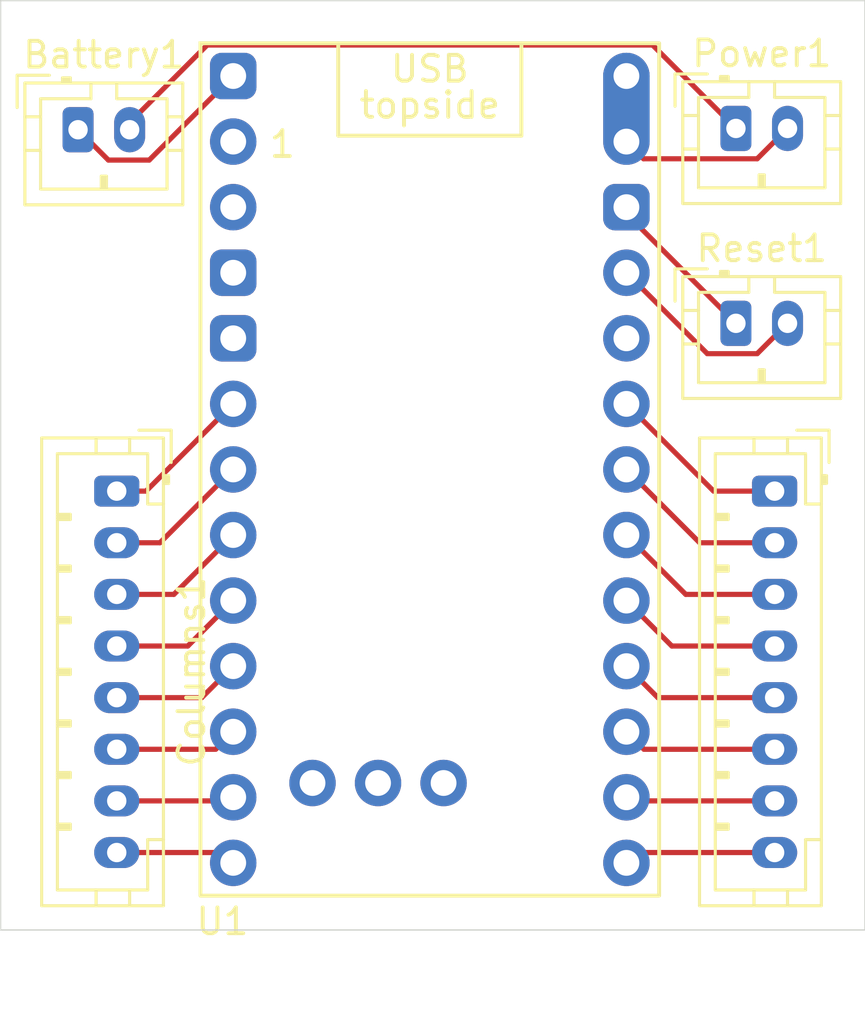
<source format=kicad_pcb>
(kicad_pcb (version 20241229) (generator "pcbnew") (generator_version "9.0")
  (layers (0 "F.Cu" signal) (2 "B.Cu" signal) (13 "F.Paste" user) (15 "B.Paste" user) (5 "F.SilkS" user "F.Silkscreen") (7 "B.SilkS" user "B.Silkscreen") (1 "F.Mask" user) (3 "B.Mask" user) (25 "Edge.Cuts" user))
  (net 0 "")
  (net 1 "Net-(Battery1-Pin_1)")
  (net 2 "Net-(Battery1-Pin_2)")
  (net 3 "Net-(Columns1-Pin_5)")
  (net 4 "Net-(Columns1-Pin_6)")
  (net 5 "Net-(Columns1-Pin_3)")
  (net 6 "Net-(Columns1-Pin_2)")
  (net 7 "Net-(Columns1-Pin_4)")
  (net 8 "Net-(Columns1-Pin_7)")
  (net 9 "Net-(Columns1-Pin_8)")
  (net 10 "Net-(Columns1-Pin_1)")
  (net 11 "Net-(Power1-Pin_2)")
  (net 12 "Net-(Reset1-Pin_2)")
  (net 13 "Net-(Rows1-Pin_1)")
  (net 14 "Net-(Rows1-Pin_4)")
  (net 15 "Net-(Rows1-Pin_2)")
  (net 16 "Net-(Rows1-Pin_7)")
  (net 17 "Net-(Rows1-Pin_3)")
  (net 18 "Net-(Rows1-Pin_6)")
  (net 19 "Net-(Rows1-Pin_8)")
  (net 20 "Net-(Rows1-Pin_5)")
  (net 27 "Net-(Reset1-Pin_1)")
  (footprint "Connector_JST:JST_PH_B2B-PH-K_1x02_P2.00mm_Vertical" (layer "F.Cu") (at 97 51)
    (property "Reference" "Battery1" (at 1 -2.9 0) (layer "F.SilkS"))
    (property "Value" "Conn_01x02" (hide yes))
    (fp_line (start -2.36 -2.11) (end -2.36 -0.86) (stroke (width 0.12)) (layer "F.SilkS"))
    (fp_line (start -2.06 -1.81) (end -2.06 2.91) (stroke (width 0.12)) (layer "F.SilkS"))
    (fp_line (start -2.06 -0.5) (end -1.45 -0.5) (stroke (width 0.12)) (layer "F.SilkS"))
    (fp_line (start -2.06 0.8) (end -1.45 0.8) (stroke (width 0.12)) (layer "F.SilkS"))
    (fp_line (start -2.06 2.91) (end 4.06 2.91) (stroke (width 0.12)) (layer "F.SilkS"))
    (fp_line (start -1.45 -1.2) (end -1.45 2.3) (stroke (width 0.12)) (layer "F.SilkS"))
    (fp_line (start -1.45 2.3) (end 3.45 2.3) (stroke (width 0.12)) (layer "F.SilkS"))
    (fp_line (start -1.11 -2.11) (end -2.36 -2.11) (stroke (width 0.12)) (layer "F.SilkS"))
    (fp_line (start -0.6 -2.01) (end -0.6 -1.81) (stroke (width 0.12)) (layer "F.SilkS"))
    (fp_line (start -0.3 -2.01) (end -0.6 -2.01) (stroke (width 0.12)) (layer "F.SilkS"))
    (fp_line (start -0.3 -1.91) (end -0.6 -1.91) (stroke (width 0.12)) (layer "F.SilkS"))
    (fp_line (start -0.3 -1.81) (end -0.3 -2.01) (stroke (width 0.12)) (layer "F.SilkS"))
    (fp_line (start 0.5 -1.81) (end 0.5 -1.2) (stroke (width 0.12)) (layer "F.SilkS"))
    (fp_line (start 0.5 -1.2) (end -1.45 -1.2) (stroke (width 0.12)) (layer "F.SilkS"))
    (fp_line (start 0.9 1.8) (end 1.1 1.8) (stroke (width 0.12)) (layer "F.SilkS"))
    (fp_line (start 0.9 2.3) (end 0.9 1.8) (stroke (width 0.12)) (layer "F.SilkS"))
    (fp_line (start 1 2.3) (end 1 1.8) (stroke (width 0.12)) (layer "F.SilkS"))
    (fp_line (start 1.1 1.8) (end 1.1 2.3) (stroke (width 0.12)) (layer "F.SilkS"))
    (fp_line (start 1.5 -1.2) (end 1.5 -1.81) (stroke (width 0.12)) (layer "F.SilkS"))
    (fp_line (start 3.45 -1.2) (end 1.5 -1.2) (stroke (width 0.12)) (layer "F.SilkS"))
    (fp_line (start 3.45 2.3) (end 3.45 -1.2) (stroke (width 0.12)) (layer "F.SilkS"))
    (fp_line (start 4.06 -1.81) (end -2.06 -1.81) (stroke (width 0.12)) (layer "F.SilkS"))
    (fp_line (start 4.06 -0.5) (end 3.45 -0.5) (stroke (width 0.12)) (layer "F.SilkS"))
    (fp_line (start 4.06 0.8) (end 3.45 0.8) (stroke (width 0.12)) (layer "F.SilkS"))
    (fp_line (start 4.06 2.91) (end 4.06 -1.81) (stroke (width 0.12)) (layer "F.SilkS"))
    (pad "1" thru_hole roundrect (at 0 0) (size 1.2 1.75) (drill 0.75) (layers "*.Cu" "*.Mask") (roundrect_rratio 0.208333) (net 1 "Net-(Battery1-Pin_1)"))
    (pad "2" thru_hole oval (at 2 0) (size 1.2 1.75) (drill 0.75) (layers "*.Cu" "*.Mask") (net 2 "Net-(Battery1-Pin_2)"))
  )
  (footprint "Connector_JST:JST_PH_B8B-PH-K_1x08_P2.00mm_Vertical" (layer "F.Cu") (at 98.5 65 -90)
    (property "Reference" "Columns1" (at 7 -2.9 90) (layer "F.SilkS"))
    (property "Value" "Conn_01x08" (hide yes))
    (fp_line (start -2.06 2.91) (end 16.06 2.91) (stroke (width 0.12)) (layer "F.SilkS"))
    (fp_line (start 16.06 2.91) (end 16.06 -1.81) (stroke (width 0.12)) (layer "F.SilkS"))
    (fp_line (start -1.45 2.3) (end 15.45 2.3) (stroke (width 0.12)) (layer "F.SilkS"))
    (fp_line (start 0.9 2.3) (end 0.9 1.8) (stroke (width 0.12)) (layer "F.SilkS"))
    (fp_line (start 1 2.3) (end 1 1.8) (stroke (width 0.12)) (layer "F.SilkS"))
    (fp_line (start 2.9 2.3) (end 2.9 1.8) (stroke (width 0.12)) (layer "F.SilkS"))
    (fp_line (start 3 2.3) (end 3 1.8) (stroke (width 0.12)) (layer "F.SilkS"))
    (fp_line (start 4.9 2.3) (end 4.9 1.8) (stroke (width 0.12)) (layer "F.SilkS"))
    (fp_line (start 5 2.3) (end 5 1.8) (stroke (width 0.12)) (layer "F.SilkS"))
    (fp_line (start 6.9 2.3) (end 6.9 1.8) (stroke (width 0.12)) (layer "F.SilkS"))
    (fp_line (start 7 2.3) (end 7 1.8) (stroke (width 0.12)) (layer "F.SilkS"))
    (fp_line (start 8.9 2.3) (end 8.9 1.8) (stroke (width 0.12)) (layer "F.SilkS"))
    (fp_line (start 9 2.3) (end 9 1.8) (stroke (width 0.12)) (layer "F.SilkS"))
    (fp_line (start 10.9 2.3) (end 10.9 1.8) (stroke (width 0.12)) (layer "F.SilkS"))
    (fp_line (start 11 2.3) (end 11 1.8) (stroke (width 0.12)) (layer "F.SilkS"))
    (fp_line (start 12.9 2.3) (end 12.9 1.8) (stroke (width 0.12)) (layer "F.SilkS"))
    (fp_line (start 13 2.3) (end 13 1.8) (stroke (width 0.12)) (layer "F.SilkS"))
    (fp_line (start 15.45 2.3) (end 15.45 -1.2) (stroke (width 0.12)) (layer "F.SilkS"))
    (fp_line (start 0.9 1.8) (end 1.1 1.8) (stroke (width 0.12)) (layer "F.SilkS"))
    (fp_line (start 1.1 1.8) (end 1.1 2.3) (stroke (width 0.12)) (layer "F.SilkS"))
    (fp_line (start 2.9 1.8) (end 3.1 1.8) (stroke (width 0.12)) (layer "F.SilkS"))
    (fp_line (start 3.1 1.8) (end 3.1 2.3) (stroke (width 0.12)) (layer "F.SilkS"))
    (fp_line (start 4.9 1.8) (end 5.1 1.8) (stroke (width 0.12)) (layer "F.SilkS"))
    (fp_line (start 5.1 1.8) (end 5.1 2.3) (stroke (width 0.12)) (layer "F.SilkS"))
    (fp_line (start 6.9 1.8) (end 7.1 1.8) (stroke (width 0.12)) (layer "F.SilkS"))
    (fp_line (start 7.1 1.8) (end 7.1 2.3) (stroke (width 0.12)) (layer "F.SilkS"))
    (fp_line (start 8.9 1.8) (end 9.1 1.8) (stroke (width 0.12)) (layer "F.SilkS"))
    (fp_line (start 9.1 1.8) (end 9.1 2.3) (stroke (width 0.12)) (layer "F.SilkS"))
    (fp_line (start 10.9 1.8) (end 11.1 1.8) (stroke (width 0.12)) (layer "F.SilkS"))
    (fp_line (start 11.1 1.8) (end 11.1 2.3) (stroke (width 0.12)) (layer "F.SilkS"))
    (fp_line (start 12.9 1.8) (end 13.1 1.8) (stroke (width 0.12)) (layer "F.SilkS"))
    (fp_line (start 13.1 1.8) (end 13.1 2.3) (stroke (width 0.12)) (layer "F.SilkS"))
    (fp_line (start -2.06 0.8) (end -1.45 0.8) (stroke (width 0.12)) (layer "F.SilkS"))
    (fp_line (start 16.06 0.8) (end 15.45 0.8) (stroke (width 0.12)) (layer "F.SilkS"))
    (fp_line (start -2.06 -0.5) (end -1.45 -0.5) (stroke (width 0.12)) (layer "F.SilkS"))
    (fp_line (start 16.06 -0.5) (end 15.45 -0.5) (stroke (width 0.12)) (layer "F.SilkS"))
    (fp_line (start -1.45 -1.2) (end -1.45 2.3) (stroke (width 0.12)) (layer "F.SilkS"))
    (fp_line (start 0.5 -1.2) (end -1.45 -1.2) (stroke (width 0.12)) (layer "F.SilkS"))
    (fp_line (start 13.5 -1.2) (end 13.5 -1.81) (stroke (width 0.12)) (layer "F.SilkS"))
    (fp_line (start 15.45 -1.2) (end 13.5 -1.2) (stroke (width 0.12)) (layer "F.SilkS"))
    (fp_line (start -2.06 -1.81) (end -2.06 2.91) (stroke (width 0.12)) (layer "F.SilkS"))
    (fp_line (start -0.3 -1.81) (end -0.3 -2.01) (stroke (width 0.12)) (layer "F.SilkS"))
    (fp_line (start 0.5 -1.81) (end 0.5 -1.2) (stroke (width 0.12)) (layer "F.SilkS"))
    (fp_line (start 16.06 -1.81) (end -2.06 -1.81) (stroke (width 0.12)) (layer "F.SilkS"))
    (fp_line (start -0.3 -1.91) (end -0.6 -1.91) (stroke (width 0.12)) (layer "F.SilkS"))
    (fp_line (start -0.6 -2.01) (end -0.6 -1.81) (stroke (width 0.12)) (layer "F.SilkS"))
    (fp_line (start -0.3 -2.01) (end -0.6 -2.01) (stroke (width 0.12)) (layer "F.SilkS"))
    (fp_line (start -2.36 -2.11) (end -2.36 -0.86) (stroke (width 0.12)) (layer "F.SilkS"))
    (fp_line (start -1.11 -2.11) (end -2.36 -2.11) (stroke (width 0.12)) (layer "F.SilkS"))
    (pad "1" thru_hole roundrect (at 0 0 270) (size 1.2 1.75) (drill 0.75) (layers "*.Cu" "*.Mask") (roundrect_rratio 0.208333) (net 10 "Net-(Columns1-Pin_1)"))
    (pad "2" thru_hole oval (at 2 0 270) (size 1.2 1.75) (drill 0.75) (layers "*.Cu" "*.Mask") (net 6 "Net-(Columns1-Pin_2)"))
    (pad "3" thru_hole oval (at 4 0 270) (size 1.2 1.75) (drill 0.75) (layers "*.Cu" "*.Mask") (net 5 "Net-(Columns1-Pin_3)"))
    (pad "4" thru_hole oval (at 6 0 270) (size 1.2 1.75) (drill 0.75) (layers "*.Cu" "*.Mask") (net 7 "Net-(Columns1-Pin_4)"))
    (pad "5" thru_hole oval (at 8 0 270) (size 1.2 1.75) (drill 0.75) (layers "*.Cu" "*.Mask") (net 3 "Net-(Columns1-Pin_5)"))
    (pad "6" thru_hole oval (at 10 0 270) (size 1.2 1.75) (drill 0.75) (layers "*.Cu" "*.Mask") (net 4 "Net-(Columns1-Pin_6)"))
    (pad "7" thru_hole oval (at 12 0 270) (size 1.2 1.75) (drill 0.75) (layers "*.Cu" "*.Mask") (net 8 "Net-(Columns1-Pin_7)"))
    (pad "8" thru_hole oval (at 14 0 270) (size 1.2 1.75) (drill 0.75) (layers "*.Cu" "*.Mask") (net 9 "Net-(Columns1-Pin_8)"))
  )
  (footprint "Connector_JST:JST_PH_B2B-PH-K_1x02_P2.00mm_Vertical" (layer "F.Cu") (at 122.5 50.95)
    (property "Reference" "Power1" (at 1 -2.9 0) (layer "F.SilkS"))
    (property "Value" "Conn_01x02" (hide yes))
    (fp_line (start -2.36 -2.11) (end -2.36 -0.86) (stroke (width 0.12)) (layer "F.SilkS"))
    (fp_line (start -2.06 -1.81) (end -2.06 2.91) (stroke (width 0.12)) (layer "F.SilkS"))
    (fp_line (start -2.06 -0.5) (end -1.45 -0.5) (stroke (width 0.12)) (layer "F.SilkS"))
    (fp_line (start -2.06 0.8) (end -1.45 0.8) (stroke (width 0.12)) (layer "F.SilkS"))
    (fp_line (start -2.06 2.91) (end 4.06 2.91) (stroke (width 0.12)) (layer "F.SilkS"))
    (fp_line (start -1.45 -1.2) (end -1.45 2.3) (stroke (width 0.12)) (layer "F.SilkS"))
    (fp_line (start -1.45 2.3) (end 3.45 2.3) (stroke (width 0.12)) (layer "F.SilkS"))
    (fp_line (start -1.11 -2.11) (end -2.36 -2.11) (stroke (width 0.12)) (layer "F.SilkS"))
    (fp_line (start -0.6 -2.01) (end -0.6 -1.81) (stroke (width 0.12)) (layer "F.SilkS"))
    (fp_line (start -0.3 -2.01) (end -0.6 -2.01) (stroke (width 0.12)) (layer "F.SilkS"))
    (fp_line (start -0.3 -1.91) (end -0.6 -1.91) (stroke (width 0.12)) (layer "F.SilkS"))
    (fp_line (start -0.3 -1.81) (end -0.3 -2.01) (stroke (width 0.12)) (layer "F.SilkS"))
    (fp_line (start 0.5 -1.81) (end 0.5 -1.2) (stroke (width 0.12)) (layer "F.SilkS"))
    (fp_line (start 0.5 -1.2) (end -1.45 -1.2) (stroke (width 0.12)) (layer "F.SilkS"))
    (fp_line (start 0.9 1.8) (end 1.1 1.8) (stroke (width 0.12)) (layer "F.SilkS"))
    (fp_line (start 0.9 2.3) (end 0.9 1.8) (stroke (width 0.12)) (layer "F.SilkS"))
    (fp_line (start 1 2.3) (end 1 1.8) (stroke (width 0.12)) (layer "F.SilkS"))
    (fp_line (start 1.1 1.8) (end 1.1 2.3) (stroke (width 0.12)) (layer "F.SilkS"))
    (fp_line (start 1.5 -1.2) (end 1.5 -1.81) (stroke (width 0.12)) (layer "F.SilkS"))
    (fp_line (start 3.45 -1.2) (end 1.5 -1.2) (stroke (width 0.12)) (layer "F.SilkS"))
    (fp_line (start 3.45 2.3) (end 3.45 -1.2) (stroke (width 0.12)) (layer "F.SilkS"))
    (fp_line (start 4.06 -1.81) (end -2.06 -1.81) (stroke (width 0.12)) (layer "F.SilkS"))
    (fp_line (start 4.06 -0.5) (end 3.45 -0.5) (stroke (width 0.12)) (layer "F.SilkS"))
    (fp_line (start 4.06 0.8) (end 3.45 0.8) (stroke (width 0.12)) (layer "F.SilkS"))
    (fp_line (start 4.06 2.91) (end 4.06 -1.81) (stroke (width 0.12)) (layer "F.SilkS"))
    (pad "1" thru_hole roundrect (at 0 0) (size 1.2 1.75) (drill 0.75) (layers "*.Cu" "*.Mask") (roundrect_rratio 0.208333) (net 2 "Net-(Battery1-Pin_2)"))
    (pad "2" thru_hole oval (at 2 0) (size 1.2 1.75) (drill 0.75) (layers "*.Cu" "*.Mask") (net 11 "Net-(Power1-Pin_2)"))
  )
  (footprint "Connector_JST:JST_PH_B8B-PH-K_1x08_P2.00mm_Vertical" (layer "F.Cu") (at 124 65 -90)
    (property "Reference" "Rows1" (hide yes))
    (property "Value" "Conn_01x08" (hide yes))
    (fp_line (start -2.06 2.91) (end 16.06 2.91) (stroke (width 0.12)) (layer "F.SilkS"))
    (fp_line (start 16.06 2.91) (end 16.06 -1.81) (stroke (width 0.12)) (layer "F.SilkS"))
    (fp_line (start -1.45 2.3) (end 15.45 2.3) (stroke (width 0.12)) (layer "F.SilkS"))
    (fp_line (start 0.9 2.3) (end 0.9 1.8) (stroke (width 0.12)) (layer "F.SilkS"))
    (fp_line (start 1 2.3) (end 1 1.8) (stroke (width 0.12)) (layer "F.SilkS"))
    (fp_line (start 2.9 2.3) (end 2.9 1.8) (stroke (width 0.12)) (layer "F.SilkS"))
    (fp_line (start 3 2.3) (end 3 1.8) (stroke (width 0.12)) (layer "F.SilkS"))
    (fp_line (start 4.9 2.3) (end 4.9 1.8) (stroke (width 0.12)) (layer "F.SilkS"))
    (fp_line (start 5 2.3) (end 5 1.8) (stroke (width 0.12)) (layer "F.SilkS"))
    (fp_line (start 6.9 2.3) (end 6.9 1.8) (stroke (width 0.12)) (layer "F.SilkS"))
    (fp_line (start 7 2.3) (end 7 1.8) (stroke (width 0.12)) (layer "F.SilkS"))
    (fp_line (start 8.9 2.3) (end 8.9 1.8) (stroke (width 0.12)) (layer "F.SilkS"))
    (fp_line (start 9 2.3) (end 9 1.8) (stroke (width 0.12)) (layer "F.SilkS"))
    (fp_line (start 10.9 2.3) (end 10.9 1.8) (stroke (width 0.12)) (layer "F.SilkS"))
    (fp_line (start 11 2.3) (end 11 1.8) (stroke (width 0.12)) (layer "F.SilkS"))
    (fp_line (start 12.9 2.3) (end 12.9 1.8) (stroke (width 0.12)) (layer "F.SilkS"))
    (fp_line (start 13 2.3) (end 13 1.8) (stroke (width 0.12)) (layer "F.SilkS"))
    (fp_line (start 15.45 2.3) (end 15.45 -1.2) (stroke (width 0.12)) (layer "F.SilkS"))
    (fp_line (start 0.9 1.8) (end 1.1 1.8) (stroke (width 0.12)) (layer "F.SilkS"))
    (fp_line (start 1.1 1.8) (end 1.1 2.3) (stroke (width 0.12)) (layer "F.SilkS"))
    (fp_line (start 2.9 1.8) (end 3.1 1.8) (stroke (width 0.12)) (layer "F.SilkS"))
    (fp_line (start 3.1 1.8) (end 3.1 2.3) (stroke (width 0.12)) (layer "F.SilkS"))
    (fp_line (start 4.9 1.8) (end 5.1 1.8) (stroke (width 0.12)) (layer "F.SilkS"))
    (fp_line (start 5.1 1.8) (end 5.1 2.3) (stroke (width 0.12)) (layer "F.SilkS"))
    (fp_line (start 6.9 1.8) (end 7.1 1.8) (stroke (width 0.12)) (layer "F.SilkS"))
    (fp_line (start 7.1 1.8) (end 7.1 2.3) (stroke (width 0.12)) (layer "F.SilkS"))
    (fp_line (start 8.9 1.8) (end 9.1 1.8) (stroke (width 0.12)) (layer "F.SilkS"))
    (fp_line (start 9.1 1.8) (end 9.1 2.3) (stroke (width 0.12)) (layer "F.SilkS"))
    (fp_line (start 10.9 1.8) (end 11.1 1.8) (stroke (width 0.12)) (layer "F.SilkS"))
    (fp_line (start 11.1 1.8) (end 11.1 2.3) (stroke (width 0.12)) (layer "F.SilkS"))
    (fp_line (start 12.9 1.8) (end 13.1 1.8) (stroke (width 0.12)) (layer "F.SilkS"))
    (fp_line (start 13.1 1.8) (end 13.1 2.3) (stroke (width 0.12)) (layer "F.SilkS"))
    (fp_line (start -2.06 0.8) (end -1.45 0.8) (stroke (width 0.12)) (layer "F.SilkS"))
    (fp_line (start 16.06 0.8) (end 15.45 0.8) (stroke (width 0.12)) (layer "F.SilkS"))
    (fp_line (start -2.06 -0.5) (end -1.45 -0.5) (stroke (width 0.12)) (layer "F.SilkS"))
    (fp_line (start 16.06 -0.5) (end 15.45 -0.5) (stroke (width 0.12)) (layer "F.SilkS"))
    (fp_line (start -1.45 -1.2) (end -1.45 2.3) (stroke (width 0.12)) (layer "F.SilkS"))
    (fp_line (start 0.5 -1.2) (end -1.45 -1.2) (stroke (width 0.12)) (layer "F.SilkS"))
    (fp_line (start 13.5 -1.2) (end 13.5 -1.81) (stroke (width 0.12)) (layer "F.SilkS"))
    (fp_line (start 15.45 -1.2) (end 13.5 -1.2) (stroke (width 0.12)) (layer "F.SilkS"))
    (fp_line (start -2.06 -1.81) (end -2.06 2.91) (stroke (width 0.12)) (layer "F.SilkS"))
    (fp_line (start -0.3 -1.81) (end -0.3 -2.01) (stroke (width 0.12)) (layer "F.SilkS"))
    (fp_line (start 0.5 -1.81) (end 0.5 -1.2) (stroke (width 0.12)) (layer "F.SilkS"))
    (fp_line (start 16.06 -1.81) (end -2.06 -1.81) (stroke (width 0.12)) (layer "F.SilkS"))
    (fp_line (start -0.3 -1.91) (end -0.6 -1.91) (stroke (width 0.12)) (layer "F.SilkS"))
    (fp_line (start -0.6 -2.01) (end -0.6 -1.81) (stroke (width 0.12)) (layer "F.SilkS"))
    (fp_line (start -0.3 -2.01) (end -0.6 -2.01) (stroke (width 0.12)) (layer "F.SilkS"))
    (fp_line (start -2.36 -2.11) (end -2.36 -0.86) (stroke (width 0.12)) (layer "F.SilkS"))
    (fp_line (start -1.11 -2.11) (end -2.36 -2.11) (stroke (width 0.12)) (layer "F.SilkS"))
    (pad "1" thru_hole roundrect (at 0 0 270) (size 1.2 1.75) (drill 0.75) (layers "*.Cu" "*.Mask") (roundrect_rratio 0.208333) (net 13 "Net-(Rows1-Pin_1)"))
    (pad "2" thru_hole oval (at 2 0 270) (size 1.2 1.75) (drill 0.75) (layers "*.Cu" "*.Mask") (net 15 "Net-(Rows1-Pin_2)"))
    (pad "3" thru_hole oval (at 4 0 270) (size 1.2 1.75) (drill 0.75) (layers "*.Cu" "*.Mask") (net 17 "Net-(Rows1-Pin_3)"))
    (pad "4" thru_hole oval (at 6 0 270) (size 1.2 1.75) (drill 0.75) (layers "*.Cu" "*.Mask") (net 14 "Net-(Rows1-Pin_4)"))
    (pad "5" thru_hole oval (at 8 0 270) (size 1.2 1.75) (drill 0.75) (layers "*.Cu" "*.Mask") (net 20 "Net-(Rows1-Pin_5)"))
    (pad "6" thru_hole oval (at 10 0 270) (size 1.2 1.75) (drill 0.75) (layers "*.Cu" "*.Mask") (net 18 "Net-(Rows1-Pin_6)"))
    (pad "7" thru_hole oval (at 12 0 270) (size 1.2 1.75) (drill 0.75) (layers "*.Cu" "*.Mask") (net 16 "Net-(Rows1-Pin_7)"))
    (pad "8" thru_hole oval (at 14 0 270) (size 1.2 1.75) (drill 0.75) (layers "*.Cu" "*.Mask") (net 19 "Net-(Rows1-Pin_8)"))
  )
  (footprint "Connector_JST:JST_PH_B2B-PH-K_1x02_P2.00mm_Vertical" (layer "F.Cu") (at 122.5 58.5)
    (property "Reference" "Reset1" (at 1 -2.9 0) (layer "F.SilkS"))
    (property "Value" "Conn_01x02" (hide yes))
    (fp_line (start -2.36 -2.11) (end -2.36 -0.86) (stroke (width 0.12)) (layer "F.SilkS"))
    (fp_line (start -2.06 -1.81) (end -2.06 2.91) (stroke (width 0.12)) (layer "F.SilkS"))
    (fp_line (start -2.06 -0.5) (end -1.45 -0.5) (stroke (width 0.12)) (layer "F.SilkS"))
    (fp_line (start -2.06 0.8) (end -1.45 0.8) (stroke (width 0.12)) (layer "F.SilkS"))
    (fp_line (start -2.06 2.91) (end 4.06 2.91) (stroke (width 0.12)) (layer "F.SilkS"))
    (fp_line (start -1.45 -1.2) (end -1.45 2.3) (stroke (width 0.12)) (layer "F.SilkS"))
    (fp_line (start -1.45 2.3) (end 3.45 2.3) (stroke (width 0.12)) (layer "F.SilkS"))
    (fp_line (start -1.11 -2.11) (end -2.36 -2.11) (stroke (width 0.12)) (layer "F.SilkS"))
    (fp_line (start -0.6 -2.01) (end -0.6 -1.81) (stroke (width 0.12)) (layer "F.SilkS"))
    (fp_line (start -0.3 -2.01) (end -0.6 -2.01) (stroke (width 0.12)) (layer "F.SilkS"))
    (fp_line (start -0.3 -1.91) (end -0.6 -1.91) (stroke (width 0.12)) (layer "F.SilkS"))
    (fp_line (start -0.3 -1.81) (end -0.3 -2.01) (stroke (width 0.12)) (layer "F.SilkS"))
    (fp_line (start 0.5 -1.81) (end 0.5 -1.2) (stroke (width 0.12)) (layer "F.SilkS"))
    (fp_line (start 0.5 -1.2) (end -1.45 -1.2) (stroke (width 0.12)) (layer "F.SilkS"))
    (fp_line (start 0.9 1.8) (end 1.1 1.8) (stroke (width 0.12)) (layer "F.SilkS"))
    (fp_line (start 0.9 2.3) (end 0.9 1.8) (stroke (width 0.12)) (layer "F.SilkS"))
    (fp_line (start 1 2.3) (end 1 1.8) (stroke (width 0.12)) (layer "F.SilkS"))
    (fp_line (start 1.1 1.8) (end 1.1 2.3) (stroke (width 0.12)) (layer "F.SilkS"))
    (fp_line (start 1.5 -1.2) (end 1.5 -1.81) (stroke (width 0.12)) (layer "F.SilkS"))
    (fp_line (start 3.45 -1.2) (end 1.5 -1.2) (stroke (width 0.12)) (layer "F.SilkS"))
    (fp_line (start 3.45 2.3) (end 3.45 -1.2) (stroke (width 0.12)) (layer "F.SilkS"))
    (fp_line (start 4.06 -1.81) (end -2.06 -1.81) (stroke (width 0.12)) (layer "F.SilkS"))
    (fp_line (start 4.06 -0.5) (end 3.45 -0.5) (stroke (width 0.12)) (layer "F.SilkS"))
    (fp_line (start 4.06 0.8) (end 3.45 0.8) (stroke (width 0.12)) (layer "F.SilkS"))
    (fp_line (start 4.06 2.91) (end 4.06 -1.81) (stroke (width 0.12)) (layer "F.SilkS"))
    (pad "1" thru_hole roundrect (at 0 0) (size 1.2 1.75) (drill 0.75) (layers "*.Cu" "*.Mask") (roundrect_rratio 0.208333) (net 27 "Net-(Reset1-Pin_1)"))
    (pad "2" thru_hole oval (at 2 0) (size 1.2 1.75) (drill 0.75) (layers "*.Cu" "*.Mask") (net 12 "Net-(Reset1-Pin_2)"))
  )
  (footprint "PCM_marbastlib-xp-promicroish:SuperMini_nRF52840_AH_USBup" (layer "F.Cu") (at 110.635 65.43)
    (property "Reference" "U1" (at -9.14 16.24 0) (layer "F.SilkS") (effects (justify left)))
    (property "Value" "SuperMini nRF52840")
    (fp_line (start -3.55 -14.2) (end -3.55 -17.78) (stroke (width 0.15)) (layer "F.SilkS"))
    (fp_line (start 3.55 -14.2) (end -3.55 -14.2) (stroke (width 0.15)) (layer "F.SilkS"))
    (fp_line (start 3.55 -14.2) (end 3.55 -17.78) (stroke (width 0.15)) (layer "F.SilkS"))
    (fp_rect (start -8.89 -17.78) (end 8.89 15.24) (stroke (width 0.15)) (fill no) (layer "F.SilkS"))
    (fp_text user "topside" (at 0 -14.8 0) (layer "F.SilkS") (effects (justify bottom)))
    (fp_text user "USB" (at 0 -16.2 0) (layer "F.SilkS") (effects (justify bottom)))
    (fp_text user "1" (at -5.715 -13.2825 0) (layer "F.SilkS") (effects (justify bottom)))
    (pad "1" thru_hole circle (at -7.62 -13.97) (size 1.8 1.8) (drill 1) (layers "*.Cu" "B.Mask"))
    (pad "2" thru_hole circle (at -7.62 -11.43) (size 1.8 1.8) (drill 1) (layers "*.Cu" "B.Mask"))
    (pad "3" thru_hole roundrect (at -7.62 -8.89) (size 1.8 1.8) (drill 1) (layers "*.Cu" "B.Mask"))
    (pad "4" thru_hole roundrect (at -7.62 -6.35) (size 1.8 1.8) (drill 1) (layers "*.Cu" "B.Mask"))
    (pad "5" thru_hole circle (at -7.62 -3.81) (size 1.8 1.8) (drill 1) (layers "*.Cu" "B.Mask") (net 10 "Net-(Columns1-Pin_1)"))
    (pad "6" thru_hole circle (at -7.62 -1.27) (size 1.8 1.8) (drill 1) (layers "*.Cu" "B.Mask") (net 6 "Net-(Columns1-Pin_2)"))
    (pad "7" thru_hole circle (at -7.62 1.27) (size 1.8 1.8) (drill 1) (layers "*.Cu" "B.Mask") (net 5 "Net-(Columns1-Pin_3)"))
    (pad "8" thru_hole circle (at -7.62 3.81) (size 1.8 1.8) (drill 1) (layers "*.Cu" "B.Mask") (net 7 "Net-(Columns1-Pin_4)"))
    (pad "9" thru_hole circle (at -7.62 6.35) (size 1.8 1.8) (drill 1) (layers "*.Cu" "B.Mask") (net 3 "Net-(Columns1-Pin_5)"))
    (pad "10" thru_hole circle (at -7.62 8.89) (size 1.8 1.8) (drill 1) (layers "*.Cu" "B.Mask") (net 4 "Net-(Columns1-Pin_6)"))
    (pad "11" thru_hole circle (at -7.62 11.43) (size 1.8 1.8) (drill 1) (layers "*.Cu" "B.Mask") (net 8 "Net-(Columns1-Pin_7)"))
    (pad "12" thru_hole circle (at -7.62 13.97) (size 1.8 1.8) (drill 1) (layers "*.Cu" "B.Mask") (net 9 "Net-(Columns1-Pin_8)"))
    (pad "13" thru_hole oval (at 7.62 -13.97) (size 1.8 4.34) (drill 1 (offset 0 -1.27)) (layers "*.Cu" "B.Mask") (net 11 "Net-(Power1-Pin_2)"))
    (pad "14" thru_hole roundrect (at 7.62 -11.43) (size 1.8 1.8) (drill 1) (layers "*.Cu" "B.Mask") (net 27 "Net-(Reset1-Pin_1)"))
    (pad "15" thru_hole circle (at 7.62 -8.89) (size 1.8 1.8) (drill 1) (layers "*.Cu" "B.Mask") (net 12 "Net-(Reset1-Pin_2)"))
    (pad "16" thru_hole circle (at 7.62 -6.35) (size 1.8 1.8) (drill 1) (layers "*.Cu" "B.Mask"))
    (pad "17" thru_hole circle (at 7.62 -3.81) (size 1.8 1.8) (drill 1) (layers "*.Cu" "B.Mask") (net 13 "Net-(Rows1-Pin_1)"))
    (pad "18" thru_hole circle (at 7.62 -1.27) (size 1.8 1.8) (drill 1) (layers "*.Cu" "B.Mask") (net 15 "Net-(Rows1-Pin_2)"))
    (pad "19" thru_hole circle (at 7.62 1.27) (size 1.8 1.8) (drill 1) (layers "*.Cu" "B.Mask") (net 17 "Net-(Rows1-Pin_3)"))
    (pad "20" thru_hole circle (at 7.62 3.81) (size 1.8 1.8) (drill 1) (layers "*.Cu" "B.Mask") (net 14 "Net-(Rows1-Pin_4)"))
    (pad "21" thru_hole circle (at 7.62 6.35) (size 1.8 1.8) (drill 1) (layers "*.Cu" "B.Mask") (net 20 "Net-(Rows1-Pin_5)"))
    (pad "22" thru_hole circle (at 7.62 8.89) (size 1.8 1.8) (drill 1) (layers "*.Cu" "B.Mask") (net 18 "Net-(Rows1-Pin_6)"))
    (pad "23" thru_hole circle (at 7.62 11.43) (size 1.8 1.8) (drill 1) (layers "*.Cu" "B.Mask") (net 16 "Net-(Rows1-Pin_7)"))
    (pad "24" thru_hole circle (at 7.62 13.97) (size 1.8 1.8) (drill 1) (layers "*.Cu" "B.Mask") (net 19 "Net-(Rows1-Pin_8)"))
    (pad "25" thru_hole circle (at -4.5466 10.87628) (size 1.8 1.8) (drill 1) (layers "*.Cu" "B.Mask"))
    (pad "26" thru_hole circle (at -2.0066 10.87628) (size 1.8 1.8) (drill 1) (layers "*.Cu" "B.Mask"))
    (pad "27" thru_hole circle (at 0.5334 10.87628) (size 1.8 1.8) (drill 1) (layers "*.Cu" "B.Mask"))
    (pad "28" thru_hole roundrect (at -7.62 -16.51) (size 1.8 1.8) (drill 1) (layers "*.Cu" "B.Mask") (net 1 "Net-(Battery1-Pin_1)"))
    (pad "29" thru_hole circle (at 7.62 -16.51) (size 1.8 1.8) (drill 1) (layers "*.Cu" "B.Mask") (net 11 "Net-(Power1-Pin_2)"))
  )
  (gr_line (start 127.5 46) (end 127.5 82) (stroke (width 0.05)) (layer "Edge.Cuts"))
  (gr_line (start 127.5 82) (end 94 82) (stroke (width 0.05)) (layer "Edge.Cuts"))
  (gr_line (start 127.5 46) (end 94 46) (stroke (width 0.05)) (layer "Edge.Cuts"))
  (gr_line (start 94 82) (end 94 46) (stroke (width 0.05)) (layer "Edge.Cuts"))
  (segment (start 99.759 52.176) (end 103.015 48.92) (width 0.2) (layer "F.Cu") (net 1))
  (segment (start 97 51) (end 98.176 52.176) (width 0.2) (layer "F.Cu") (net 1))
  (segment (start 98.176 52.176) (end 99.759 52.176) (width 0.2) (layer "F.Cu") (net 1))
  (segment (start 102.006 47.719) (end 99 50.725) (width 0.2) (layer "F.Cu") (net 2))
  (segment (start 119.269 47.719) (end 102.006 47.719) (width 0.2) (layer "F.Cu") (net 2))
  (segment (start 99 50.725) (end 99 51) (width 0.2) (layer "F.Cu") (net 2))
  (segment (start 122.5 50.95) (end 119.269 47.719) (width 0.2) (layer "F.Cu") (net 2))
  (segment (start 101.795 73) (end 103.015 71.78) (width 0.2) (layer "F.Cu") (net 3))
  (segment (start 98.5 73) (end 101.795 73) (width 0.2) (layer "F.Cu") (net 3))
  (segment (start 102.335 75) (end 103.015 74.32) (width 0.2) (layer "F.Cu") (net 4))
  (segment (start 98.5 75) (end 102.335 75) (width 0.2) (layer "F.Cu") (net 4))
  (segment (start 100.715 69) (end 103.015 66.7) (width 0.2) (layer "F.Cu") (net 5))
  (segment (start 98.5 69) (end 100.715 69) (width 0.2) (layer "F.Cu") (net 5))
  (segment (start 100.175 67) (end 103.015 64.16) (width 0.2) (layer "F.Cu") (net 6))
  (segment (start 98.5 67) (end 100.175 67) (width 0.2) (layer "F.Cu") (net 6))
  (segment (start 101.255 71) (end 103.015 69.24) (width 0.2) (layer "F.Cu") (net 7))
  (segment (start 98.5 71) (end 101.255 71) (width 0.2) (layer "F.Cu") (net 7))
  (segment (start 98.5 77) (end 102.875 77) (width 0.2) (layer "F.Cu") (net 8))
  (segment (start 102.875 77) (end 103.015 76.86) (width 0.2) (layer "F.Cu") (net 8))
  (segment (start 98.5 79) (end 102.615 79) (width 0.2) (layer "F.Cu") (net 9))
  (segment (start 102.615 79) (end 103.015 79.4) (width 0.2) (layer "F.Cu") (net 9))
  (segment (start 98.5 65) (end 99.635 65) (width 0.2) (layer "F.Cu") (net 10))
  (segment (start 99.635 65) (end 103.015 61.62) (width 0.2) (layer "F.Cu") (net 10))
  (segment (start 123.324 52.126) (end 118.921 52.126) (width 0.2) (layer "F.Cu") (net 11))
  (segment (start 118.921 52.126) (end 118.255 51.46) (width 0.2) (layer "F.Cu") (net 11))
  (segment (start 124.5 50.95) (end 123.324 52.126) (width 0.2) (layer "F.Cu") (net 11))
  (segment (start 123.324 59.676) (end 121.391 59.676) (width 0.2) (layer "F.Cu") (net 12))
  (segment (start 124.5 58.5) (end 123.324 59.676) (width 0.2) (layer "F.Cu") (net 12))
  (segment (start 121.391 59.676) (end 118.255 56.54) (width 0.2) (layer "F.Cu") (net 12))
  (segment (start 124 65) (end 121.635 65) (width 0.2) (layer "F.Cu") (net 13))
  (segment (start 121.635 65) (end 118.255 61.62) (width 0.2) (layer "F.Cu") (net 13))
  (segment (start 124 71) (end 120.015 71) (width 0.2) (layer "F.Cu") (net 14))
  (segment (start 120.015 71) (end 118.255 69.24) (width 0.2) (layer "F.Cu") (net 14))
  (segment (start 124 67) (end 121.095 67) (width 0.2) (layer "F.Cu") (net 15))
  (segment (start 121.095 67) (end 118.255 64.16) (width 0.2) (layer "F.Cu") (net 15))
  (segment (start 124 77) (end 118.395 77) (width 0.2) (layer "F.Cu") (net 16))
  (segment (start 118.395 77) (end 118.255 76.86) (width 0.2) (layer "F.Cu") (net 16))
  (segment (start 120.555 69) (end 118.255 66.7) (width 0.2) (layer "F.Cu") (net 17))
  (segment (start 124 69) (end 120.555 69) (width 0.2) (layer "F.Cu") (net 17))
  (segment (start 124 75) (end 118.935 75) (width 0.2) (layer "F.Cu") (net 18))
  (segment (start 118.935 75) (end 118.255 74.32) (width 0.2) (layer "F.Cu") (net 18))
  (segment (start 118.655 79) (end 118.255 79.4) (width 0.2) (layer "F.Cu") (net 19))
  (segment (start 124 79) (end 118.655 79) (width 0.2) (layer "F.Cu") (net 19))
  (segment (start 124 73) (end 119.475 73) (width 0.2) (layer "F.Cu") (net 20))
  (segment (start 119.475 73) (end 118.255 71.78) (width 0.2) (layer "F.Cu") (net 20))
  (segment (start 122.5 58.5) (end 118.255 54.255) (width 0.2) (layer "F.Cu") (net 27))
  (segment (start 118.255 54.255) (end 118.255 54) (width 0.2) (layer "F.Cu") (net 27))
)
</source>
